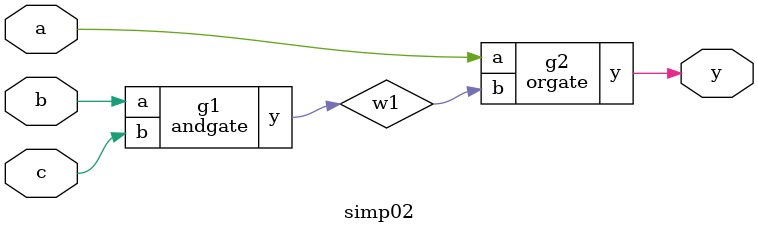
<source format=v>
module andgate (y,a,b);
	input a,b;
	output y;
	assign y = a&b; 
endmodule

module notgate (y,a);
	input a;
	output y;
	assign y = !a; 
endmodule

module orgate (y,a,b);
	input a,b;
	output y;
	assign y = a|b; 
endmodule

module simp02(a,b,c,y);
	output y;
	input a,b,c;
	wire w1;
	andgate g1 (w1, b, c);
	orgate g2 (y, a, w1);
endmodule
</source>
